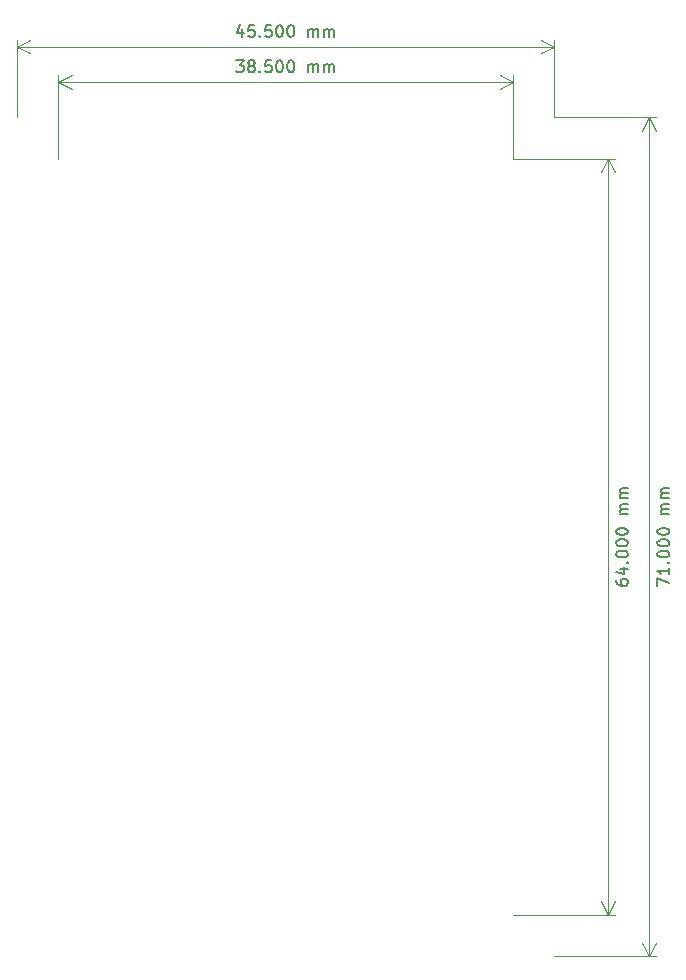
<source format=gbr>
G04 #@! TF.GenerationSoftware,KiCad,Pcbnew,(5.1.4)-1*
G04 #@! TF.CreationDate,2020-01-27T08:50:11+02:00*
G04 #@! TF.ProjectId,8_switch_array,385f7377-6974-4636-985f-61727261792e,rev?*
G04 #@! TF.SameCoordinates,Original*
G04 #@! TF.FileFunction,Other,ECO1*
%FSLAX46Y46*%
G04 Gerber Fmt 4.6, Leading zero omitted, Abs format (unit mm)*
G04 Created by KiCad (PCBNEW (5.1.4)-1) date 2020-01-27 08:50:11*
%MOMM*%
%LPD*%
G04 APERTURE LIST*
%ADD10C,0.150000*%
%ADD11C,0.120000*%
G04 APERTURE END LIST*
D10*
X142559523Y-28682380D02*
X143178571Y-28682380D01*
X142845238Y-29063333D01*
X142988095Y-29063333D01*
X143083333Y-29110952D01*
X143130952Y-29158571D01*
X143178571Y-29253809D01*
X143178571Y-29491904D01*
X143130952Y-29587142D01*
X143083333Y-29634761D01*
X142988095Y-29682380D01*
X142702380Y-29682380D01*
X142607142Y-29634761D01*
X142559523Y-29587142D01*
X143750000Y-29110952D02*
X143654761Y-29063333D01*
X143607142Y-29015714D01*
X143559523Y-28920476D01*
X143559523Y-28872857D01*
X143607142Y-28777619D01*
X143654761Y-28730000D01*
X143750000Y-28682380D01*
X143940476Y-28682380D01*
X144035714Y-28730000D01*
X144083333Y-28777619D01*
X144130952Y-28872857D01*
X144130952Y-28920476D01*
X144083333Y-29015714D01*
X144035714Y-29063333D01*
X143940476Y-29110952D01*
X143750000Y-29110952D01*
X143654761Y-29158571D01*
X143607142Y-29206190D01*
X143559523Y-29301428D01*
X143559523Y-29491904D01*
X143607142Y-29587142D01*
X143654761Y-29634761D01*
X143750000Y-29682380D01*
X143940476Y-29682380D01*
X144035714Y-29634761D01*
X144083333Y-29587142D01*
X144130952Y-29491904D01*
X144130952Y-29301428D01*
X144083333Y-29206190D01*
X144035714Y-29158571D01*
X143940476Y-29110952D01*
X144559523Y-29587142D02*
X144607142Y-29634761D01*
X144559523Y-29682380D01*
X144511904Y-29634761D01*
X144559523Y-29587142D01*
X144559523Y-29682380D01*
X145511904Y-28682380D02*
X145035714Y-28682380D01*
X144988095Y-29158571D01*
X145035714Y-29110952D01*
X145130952Y-29063333D01*
X145369047Y-29063333D01*
X145464285Y-29110952D01*
X145511904Y-29158571D01*
X145559523Y-29253809D01*
X145559523Y-29491904D01*
X145511904Y-29587142D01*
X145464285Y-29634761D01*
X145369047Y-29682380D01*
X145130952Y-29682380D01*
X145035714Y-29634761D01*
X144988095Y-29587142D01*
X146178571Y-28682380D02*
X146273809Y-28682380D01*
X146369047Y-28730000D01*
X146416666Y-28777619D01*
X146464285Y-28872857D01*
X146511904Y-29063333D01*
X146511904Y-29301428D01*
X146464285Y-29491904D01*
X146416666Y-29587142D01*
X146369047Y-29634761D01*
X146273809Y-29682380D01*
X146178571Y-29682380D01*
X146083333Y-29634761D01*
X146035714Y-29587142D01*
X145988095Y-29491904D01*
X145940476Y-29301428D01*
X145940476Y-29063333D01*
X145988095Y-28872857D01*
X146035714Y-28777619D01*
X146083333Y-28730000D01*
X146178571Y-28682380D01*
X147130952Y-28682380D02*
X147226190Y-28682380D01*
X147321428Y-28730000D01*
X147369047Y-28777619D01*
X147416666Y-28872857D01*
X147464285Y-29063333D01*
X147464285Y-29301428D01*
X147416666Y-29491904D01*
X147369047Y-29587142D01*
X147321428Y-29634761D01*
X147226190Y-29682380D01*
X147130952Y-29682380D01*
X147035714Y-29634761D01*
X146988095Y-29587142D01*
X146940476Y-29491904D01*
X146892857Y-29301428D01*
X146892857Y-29063333D01*
X146940476Y-28872857D01*
X146988095Y-28777619D01*
X147035714Y-28730000D01*
X147130952Y-28682380D01*
X148654761Y-29682380D02*
X148654761Y-29015714D01*
X148654761Y-29110952D02*
X148702380Y-29063333D01*
X148797619Y-29015714D01*
X148940476Y-29015714D01*
X149035714Y-29063333D01*
X149083333Y-29158571D01*
X149083333Y-29682380D01*
X149083333Y-29158571D02*
X149130952Y-29063333D01*
X149226190Y-29015714D01*
X149369047Y-29015714D01*
X149464285Y-29063333D01*
X149511904Y-29158571D01*
X149511904Y-29682380D01*
X149988095Y-29682380D02*
X149988095Y-29015714D01*
X149988095Y-29110952D02*
X150035714Y-29063333D01*
X150130952Y-29015714D01*
X150273809Y-29015714D01*
X150369047Y-29063333D01*
X150416666Y-29158571D01*
X150416666Y-29682380D01*
X150416666Y-29158571D02*
X150464285Y-29063333D01*
X150559523Y-29015714D01*
X150702380Y-29015714D01*
X150797619Y-29063333D01*
X150845238Y-29158571D01*
X150845238Y-29682380D01*
D11*
X127500000Y-30500000D02*
X166000000Y-30500000D01*
X127500000Y-37000000D02*
X127500000Y-29913579D01*
X166000000Y-37000000D02*
X166000000Y-29913579D01*
X166000000Y-30500000D02*
X164873496Y-31086421D01*
X166000000Y-30500000D02*
X164873496Y-29913579D01*
X127500000Y-30500000D02*
X128626504Y-31086421D01*
X127500000Y-30500000D02*
X128626504Y-29913579D01*
D10*
X143083333Y-26015714D02*
X143083333Y-26682380D01*
X142845238Y-25634761D02*
X142607142Y-26349047D01*
X143226190Y-26349047D01*
X144083333Y-25682380D02*
X143607142Y-25682380D01*
X143559523Y-26158571D01*
X143607142Y-26110952D01*
X143702380Y-26063333D01*
X143940476Y-26063333D01*
X144035714Y-26110952D01*
X144083333Y-26158571D01*
X144130952Y-26253809D01*
X144130952Y-26491904D01*
X144083333Y-26587142D01*
X144035714Y-26634761D01*
X143940476Y-26682380D01*
X143702380Y-26682380D01*
X143607142Y-26634761D01*
X143559523Y-26587142D01*
X144559523Y-26587142D02*
X144607142Y-26634761D01*
X144559523Y-26682380D01*
X144511904Y-26634761D01*
X144559523Y-26587142D01*
X144559523Y-26682380D01*
X145511904Y-25682380D02*
X145035714Y-25682380D01*
X144988095Y-26158571D01*
X145035714Y-26110952D01*
X145130952Y-26063333D01*
X145369047Y-26063333D01*
X145464285Y-26110952D01*
X145511904Y-26158571D01*
X145559523Y-26253809D01*
X145559523Y-26491904D01*
X145511904Y-26587142D01*
X145464285Y-26634761D01*
X145369047Y-26682380D01*
X145130952Y-26682380D01*
X145035714Y-26634761D01*
X144988095Y-26587142D01*
X146178571Y-25682380D02*
X146273809Y-25682380D01*
X146369047Y-25730000D01*
X146416666Y-25777619D01*
X146464285Y-25872857D01*
X146511904Y-26063333D01*
X146511904Y-26301428D01*
X146464285Y-26491904D01*
X146416666Y-26587142D01*
X146369047Y-26634761D01*
X146273809Y-26682380D01*
X146178571Y-26682380D01*
X146083333Y-26634761D01*
X146035714Y-26587142D01*
X145988095Y-26491904D01*
X145940476Y-26301428D01*
X145940476Y-26063333D01*
X145988095Y-25872857D01*
X146035714Y-25777619D01*
X146083333Y-25730000D01*
X146178571Y-25682380D01*
X147130952Y-25682380D02*
X147226190Y-25682380D01*
X147321428Y-25730000D01*
X147369047Y-25777619D01*
X147416666Y-25872857D01*
X147464285Y-26063333D01*
X147464285Y-26301428D01*
X147416666Y-26491904D01*
X147369047Y-26587142D01*
X147321428Y-26634761D01*
X147226190Y-26682380D01*
X147130952Y-26682380D01*
X147035714Y-26634761D01*
X146988095Y-26587142D01*
X146940476Y-26491904D01*
X146892857Y-26301428D01*
X146892857Y-26063333D01*
X146940476Y-25872857D01*
X146988095Y-25777619D01*
X147035714Y-25730000D01*
X147130952Y-25682380D01*
X148654761Y-26682380D02*
X148654761Y-26015714D01*
X148654761Y-26110952D02*
X148702380Y-26063333D01*
X148797619Y-26015714D01*
X148940476Y-26015714D01*
X149035714Y-26063333D01*
X149083333Y-26158571D01*
X149083333Y-26682380D01*
X149083333Y-26158571D02*
X149130952Y-26063333D01*
X149226190Y-26015714D01*
X149369047Y-26015714D01*
X149464285Y-26063333D01*
X149511904Y-26158571D01*
X149511904Y-26682380D01*
X149988095Y-26682380D02*
X149988095Y-26015714D01*
X149988095Y-26110952D02*
X150035714Y-26063333D01*
X150130952Y-26015714D01*
X150273809Y-26015714D01*
X150369047Y-26063333D01*
X150416666Y-26158571D01*
X150416666Y-26682380D01*
X150416666Y-26158571D02*
X150464285Y-26063333D01*
X150559523Y-26015714D01*
X150702380Y-26015714D01*
X150797619Y-26063333D01*
X150845238Y-26158571D01*
X150845238Y-26682380D01*
D11*
X124000000Y-27500000D02*
X169500000Y-27500000D01*
X124000000Y-33500000D02*
X124000000Y-26913579D01*
X169500000Y-33500000D02*
X169500000Y-26913579D01*
X169500000Y-27500000D02*
X168373496Y-28086421D01*
X169500000Y-27500000D02*
X168373496Y-26913579D01*
X124000000Y-27500000D02*
X125126504Y-28086421D01*
X124000000Y-27500000D02*
X125126504Y-26913579D01*
D10*
X174722380Y-72666666D02*
X174722380Y-72857142D01*
X174770000Y-72952380D01*
X174817619Y-73000000D01*
X174960476Y-73095238D01*
X175150952Y-73142857D01*
X175531904Y-73142857D01*
X175627142Y-73095238D01*
X175674761Y-73047619D01*
X175722380Y-72952380D01*
X175722380Y-72761904D01*
X175674761Y-72666666D01*
X175627142Y-72619047D01*
X175531904Y-72571428D01*
X175293809Y-72571428D01*
X175198571Y-72619047D01*
X175150952Y-72666666D01*
X175103333Y-72761904D01*
X175103333Y-72952380D01*
X175150952Y-73047619D01*
X175198571Y-73095238D01*
X175293809Y-73142857D01*
X175055714Y-71714285D02*
X175722380Y-71714285D01*
X174674761Y-71952380D02*
X175389047Y-72190476D01*
X175389047Y-71571428D01*
X175627142Y-71190476D02*
X175674761Y-71142857D01*
X175722380Y-71190476D01*
X175674761Y-71238095D01*
X175627142Y-71190476D01*
X175722380Y-71190476D01*
X174722380Y-70523809D02*
X174722380Y-70428571D01*
X174770000Y-70333333D01*
X174817619Y-70285714D01*
X174912857Y-70238095D01*
X175103333Y-70190476D01*
X175341428Y-70190476D01*
X175531904Y-70238095D01*
X175627142Y-70285714D01*
X175674761Y-70333333D01*
X175722380Y-70428571D01*
X175722380Y-70523809D01*
X175674761Y-70619047D01*
X175627142Y-70666666D01*
X175531904Y-70714285D01*
X175341428Y-70761904D01*
X175103333Y-70761904D01*
X174912857Y-70714285D01*
X174817619Y-70666666D01*
X174770000Y-70619047D01*
X174722380Y-70523809D01*
X174722380Y-69571428D02*
X174722380Y-69476190D01*
X174770000Y-69380952D01*
X174817619Y-69333333D01*
X174912857Y-69285714D01*
X175103333Y-69238095D01*
X175341428Y-69238095D01*
X175531904Y-69285714D01*
X175627142Y-69333333D01*
X175674761Y-69380952D01*
X175722380Y-69476190D01*
X175722380Y-69571428D01*
X175674761Y-69666666D01*
X175627142Y-69714285D01*
X175531904Y-69761904D01*
X175341428Y-69809523D01*
X175103333Y-69809523D01*
X174912857Y-69761904D01*
X174817619Y-69714285D01*
X174770000Y-69666666D01*
X174722380Y-69571428D01*
X174722380Y-68619047D02*
X174722380Y-68523809D01*
X174770000Y-68428571D01*
X174817619Y-68380952D01*
X174912857Y-68333333D01*
X175103333Y-68285714D01*
X175341428Y-68285714D01*
X175531904Y-68333333D01*
X175627142Y-68380952D01*
X175674761Y-68428571D01*
X175722380Y-68523809D01*
X175722380Y-68619047D01*
X175674761Y-68714285D01*
X175627142Y-68761904D01*
X175531904Y-68809523D01*
X175341428Y-68857142D01*
X175103333Y-68857142D01*
X174912857Y-68809523D01*
X174817619Y-68761904D01*
X174770000Y-68714285D01*
X174722380Y-68619047D01*
X175722380Y-67095238D02*
X175055714Y-67095238D01*
X175150952Y-67095238D02*
X175103333Y-67047619D01*
X175055714Y-66952380D01*
X175055714Y-66809523D01*
X175103333Y-66714285D01*
X175198571Y-66666666D01*
X175722380Y-66666666D01*
X175198571Y-66666666D02*
X175103333Y-66619047D01*
X175055714Y-66523809D01*
X175055714Y-66380952D01*
X175103333Y-66285714D01*
X175198571Y-66238095D01*
X175722380Y-66238095D01*
X175722380Y-65761904D02*
X175055714Y-65761904D01*
X175150952Y-65761904D02*
X175103333Y-65714285D01*
X175055714Y-65619047D01*
X175055714Y-65476190D01*
X175103333Y-65380952D01*
X175198571Y-65333333D01*
X175722380Y-65333333D01*
X175198571Y-65333333D02*
X175103333Y-65285714D01*
X175055714Y-65190476D01*
X175055714Y-65047619D01*
X175103333Y-64952380D01*
X175198571Y-64904761D01*
X175722380Y-64904761D01*
D11*
X174000000Y-101000000D02*
X174000000Y-37000000D01*
X166000000Y-101000000D02*
X174586421Y-101000000D01*
X166000000Y-37000000D02*
X174586421Y-37000000D01*
X174000000Y-37000000D02*
X174586421Y-38126504D01*
X174000000Y-37000000D02*
X173413579Y-38126504D01*
X174000000Y-101000000D02*
X174586421Y-99873496D01*
X174000000Y-101000000D02*
X173413579Y-99873496D01*
D10*
X178222380Y-73190476D02*
X178222380Y-72523809D01*
X179222380Y-72952380D01*
X179222380Y-71619047D02*
X179222380Y-72190476D01*
X179222380Y-71904761D02*
X178222380Y-71904761D01*
X178365238Y-72000000D01*
X178460476Y-72095238D01*
X178508095Y-72190476D01*
X179127142Y-71190476D02*
X179174761Y-71142857D01*
X179222380Y-71190476D01*
X179174761Y-71238095D01*
X179127142Y-71190476D01*
X179222380Y-71190476D01*
X178222380Y-70523809D02*
X178222380Y-70428571D01*
X178270000Y-70333333D01*
X178317619Y-70285714D01*
X178412857Y-70238095D01*
X178603333Y-70190476D01*
X178841428Y-70190476D01*
X179031904Y-70238095D01*
X179127142Y-70285714D01*
X179174761Y-70333333D01*
X179222380Y-70428571D01*
X179222380Y-70523809D01*
X179174761Y-70619047D01*
X179127142Y-70666666D01*
X179031904Y-70714285D01*
X178841428Y-70761904D01*
X178603333Y-70761904D01*
X178412857Y-70714285D01*
X178317619Y-70666666D01*
X178270000Y-70619047D01*
X178222380Y-70523809D01*
X178222380Y-69571428D02*
X178222380Y-69476190D01*
X178270000Y-69380952D01*
X178317619Y-69333333D01*
X178412857Y-69285714D01*
X178603333Y-69238095D01*
X178841428Y-69238095D01*
X179031904Y-69285714D01*
X179127142Y-69333333D01*
X179174761Y-69380952D01*
X179222380Y-69476190D01*
X179222380Y-69571428D01*
X179174761Y-69666666D01*
X179127142Y-69714285D01*
X179031904Y-69761904D01*
X178841428Y-69809523D01*
X178603333Y-69809523D01*
X178412857Y-69761904D01*
X178317619Y-69714285D01*
X178270000Y-69666666D01*
X178222380Y-69571428D01*
X178222380Y-68619047D02*
X178222380Y-68523809D01*
X178270000Y-68428571D01*
X178317619Y-68380952D01*
X178412857Y-68333333D01*
X178603333Y-68285714D01*
X178841428Y-68285714D01*
X179031904Y-68333333D01*
X179127142Y-68380952D01*
X179174761Y-68428571D01*
X179222380Y-68523809D01*
X179222380Y-68619047D01*
X179174761Y-68714285D01*
X179127142Y-68761904D01*
X179031904Y-68809523D01*
X178841428Y-68857142D01*
X178603333Y-68857142D01*
X178412857Y-68809523D01*
X178317619Y-68761904D01*
X178270000Y-68714285D01*
X178222380Y-68619047D01*
X179222380Y-67095238D02*
X178555714Y-67095238D01*
X178650952Y-67095238D02*
X178603333Y-67047619D01*
X178555714Y-66952380D01*
X178555714Y-66809523D01*
X178603333Y-66714285D01*
X178698571Y-66666666D01*
X179222380Y-66666666D01*
X178698571Y-66666666D02*
X178603333Y-66619047D01*
X178555714Y-66523809D01*
X178555714Y-66380952D01*
X178603333Y-66285714D01*
X178698571Y-66238095D01*
X179222380Y-66238095D01*
X179222380Y-65761904D02*
X178555714Y-65761904D01*
X178650952Y-65761904D02*
X178603333Y-65714285D01*
X178555714Y-65619047D01*
X178555714Y-65476190D01*
X178603333Y-65380952D01*
X178698571Y-65333333D01*
X179222380Y-65333333D01*
X178698571Y-65333333D02*
X178603333Y-65285714D01*
X178555714Y-65190476D01*
X178555714Y-65047619D01*
X178603333Y-64952380D01*
X178698571Y-64904761D01*
X179222380Y-64904761D01*
D11*
X177500000Y-104500000D02*
X177500000Y-33500000D01*
X169500000Y-104500000D02*
X178086421Y-104500000D01*
X169500000Y-33500000D02*
X178086421Y-33500000D01*
X177500000Y-33500000D02*
X178086421Y-34626504D01*
X177500000Y-33500000D02*
X176913579Y-34626504D01*
X177500000Y-104500000D02*
X178086421Y-103373496D01*
X177500000Y-104500000D02*
X176913579Y-103373496D01*
M02*

</source>
